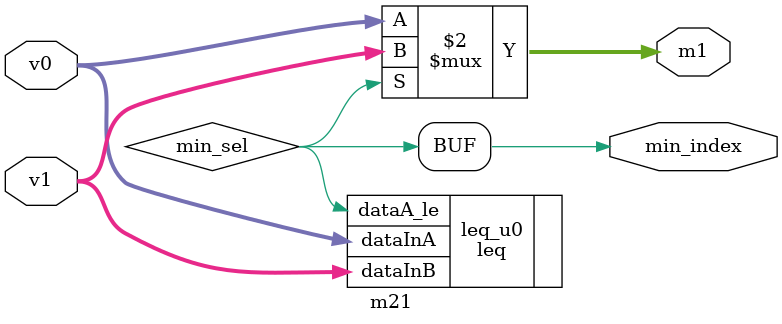
<source format=v>
module m21 #(parameter QUAN_SIZE = 3)(
	output [QUAN_SIZE-1:0] m1, 		
	output min_index, // argmin(v0, v1)

	input wire [QUAN_SIZE-1:0] v0,
	input wire [QUAN_SIZE-1:0] v1
);

wire min_sel;
leq #(
	.QUAN_SIZE (QUAN_SIZE)
) leq_u0(
	.dataA_le (min_sel),

	.dataInA (v0[QUAN_SIZE-1:0]),
	.dataInB (v1[QUAN_SIZE-1:0])
);
assign m1[QUAN_SIZE-1:0] = (min_sel == 1'b0) ? v0[QUAN_SIZE-1:0] : v1[QUAN_SIZE-1:0];
assign min_index = min_sel;
endmodule
</source>
